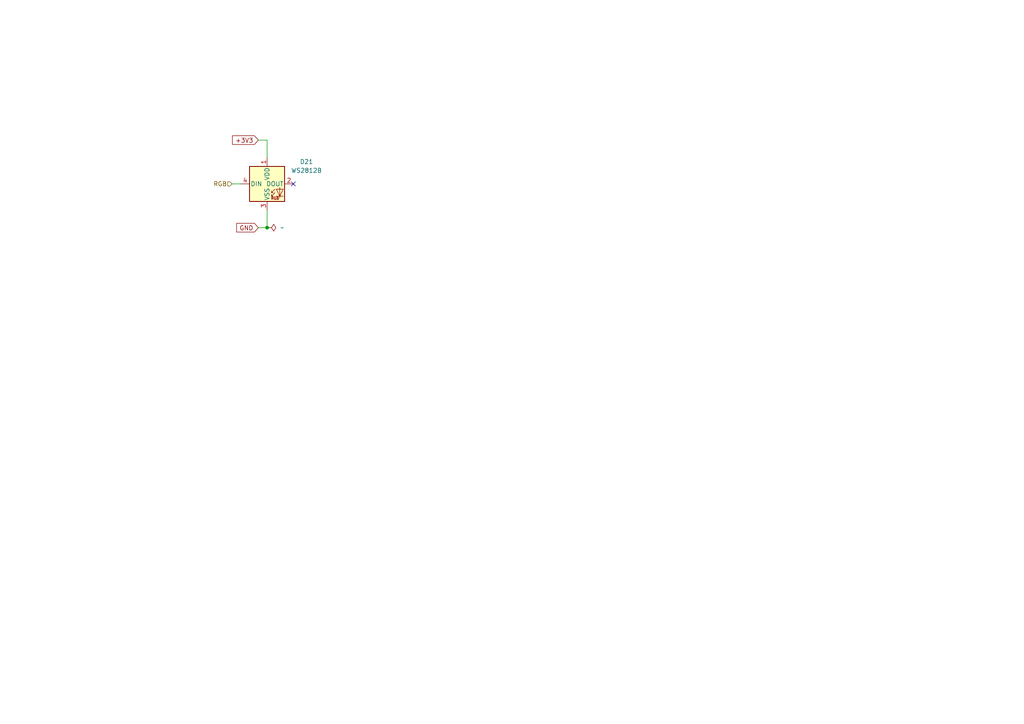
<source format=kicad_sch>
(kicad_sch (version 20250114) (generator "eeschema") (generator_version "9.0")
  (paper "A4")
  (lib_symbols
    (symbol "LED:WS2812B" (pin_names (offset 0.254))
      (property "Reference" "D" (at 5.08 5.715 0))
      (property "Value" "WS2812B" (at 1.27 -5.715 0))
      (symbol "WS2812B_0_0"
        (text "RGB" (at 2.286 -4.191 0) (effects (font (size 0.762 0.762))))
      )
      (symbol "WS2812B_0_1"
        (polyline (pts (xy 1.27 -2.54) (xy 1.778 -2.54)))
        (polyline (pts (xy 1.27 -3.556) (xy 1.778 -3.556)))
        (polyline (pts (xy 2.286 -1.524) (xy 1.27 -2.54) (xy 1.27 -2.032)))
        (polyline (pts (xy 2.286 -2.54) (xy 1.27 -3.556) (xy 1.27 -3.048)))
        (polyline (pts (xy 3.683 -1.016) (xy 3.683 -3.556) (xy 3.683 -4.064)))
        (polyline (pts (xy 4.699 -1.524) (xy 2.667 -1.524) (xy 3.683 -3.556) (xy 4.699 -1.524)))
        (polyline (pts (xy 4.699 -3.556) (xy 2.667 -3.556)))
        (rectangle (start 5.08 5.08) (end -5.08 -5.08) (stroke (width 0.254)) (fill (type background)))
      )
      (symbol "WS2812B_1_1"
        (pin input line (at -7.62 0 0) (length 2.54) (name "DIN") (number "4"))
        (pin power_in line (at 0 7.62 270) (length 2.54) (name "VDD") (number "1"))
        (pin power_in line (at 0 -7.62 90) (length 2.54) (name "VSS") (number "3"))
        (pin output line (at 7.62 0 180) (length 2.54) (name "DOUT") (number "2"))
      )
    )
    (symbol "power:PWR_FLAG" (power) (pin_numbers (hide yes)) (pin_names (offset 0) (hide yes))
      (property "Value" "PWR_FLAG" (at 0 3.81 0))
      (symbol "PWR_FLAG_0_0"
        (pin power_out line (at 0 0 90) (length 0) (name "~") (number "1"))
      )
      (symbol "PWR_FLAG_0_1"
        (polyline (pts (xy 0 0) (xy 0 1.27) (xy -1.016 1.905) (xy 0 2.54) (xy 1.016 1.905) (xy 0 1.27)))
      )
    )
  )
  (junction (at 77.47 66.04))
  (no_connect (at 85.09 53.34))
  (wire (pts (xy 77.47 66.04) (xy 77.47 60.96)))
  (wire (pts (xy 74.93 40.64) (xy 77.47 40.64)))
  (wire (pts (xy 77.47 40.64) (xy 77.47 45.72)))
  (wire (pts (xy 67.31 53.34) (xy 69.85 53.34)))
  (wire (pts (xy 74.93 66.04) (xy 77.47 66.04)))
  (global_label "+3V3" (shape input) (at 74.93 40.64 180) (property "Intersheetrefs" "${INTERSHEET_REFS}" (effects (hide yes))))
  (global_label "GND" (shape input) (at 74.93 66.04 180) (property "Intersheetrefs" "${INTERSHEET_REFS}" (effects (hide yes))))
  (hierarchical_label "RGB" (shape input) (at 67.31 53.34 180))
  (symbol (lib_id "LED:WS2812B") (at 77.47 53.34 0) (unit 1)
    (property "Reference" "D21" (at 88.9 46.9198 0))
    (property "Value" "WS2812B" (at 88.9 49.4598 0))
    (property "Footprint" "LED_SMD:LED_WS2812B_PLCC4_5.0x5.0mm_P3.2mm" (effects (hide yes)))
    (property "Datasheet" "https://cdn-shop.adafruit.com/datasheets/WS2812B.pdf" (effects (hide yes)))
    (property "Description" "RGB LED with integrated controller" (effects (hide yes)))
  )
  (symbol (lib_id "power:PWR_FLAG") (at 77.47 66.04 270) (unit 1)
    (property "Reference" "#FLG03" (effects (hide yes)))
    (property "Value" "~" (at 81.28 66.04 90) (effects (justify left)))
    (property "Description" "Special symbol for telling ERC where power comes from" (effects (hide yes)))
  )
)
</source>
